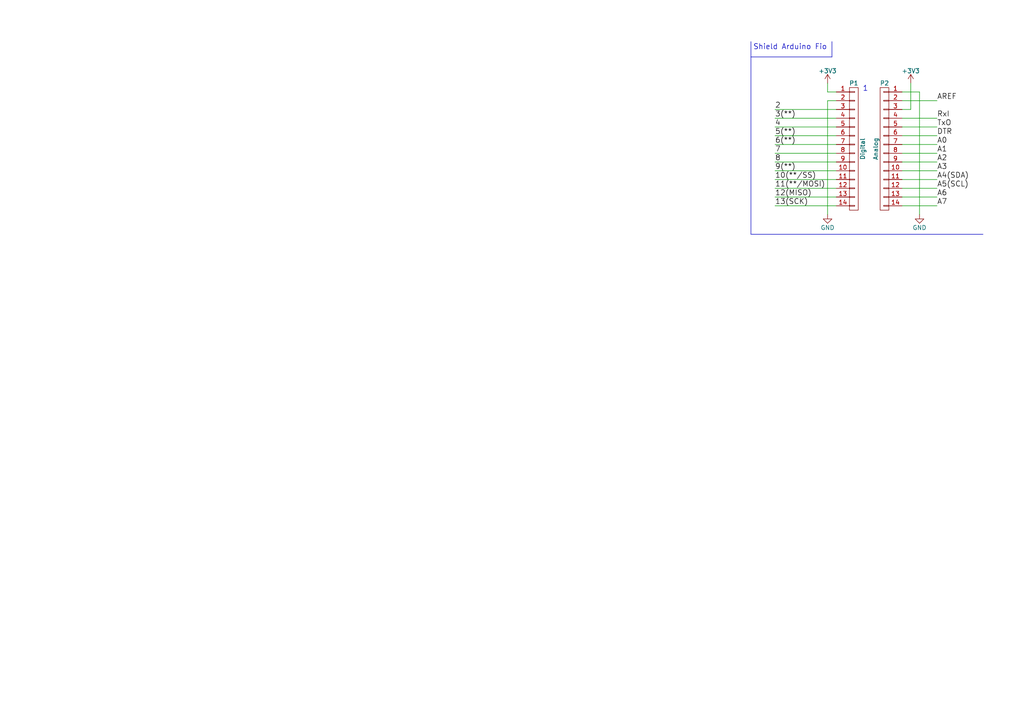
<source format=kicad_sch>
(kicad_sch (version 20230121) (generator eeschema)
  (paper "A4")
  (title_block (date "sam. 04 avril 2015"))
  (lib_symbols
    (symbol "Arduino_Fio-rescue:+3.3V" (power) (pin_names (offset 0))
      (property "Value" "+3.3V" (at 0 3.556 0))
      (symbol "+3.3V_0_1"
        (polyline (pts (xy -0.762 1.27) (xy 0 2.54)))
        (polyline (pts (xy 0 0) (xy 0 2.54)))
        (polyline (pts (xy 0 2.54) (xy 0.762 1.27)))
      )
      (symbol "+3.3V_1_1"
        (pin power_in line (at 0 0 90) (length 0) hide (name "+3V3") (number "1"))
      )
    )
    (symbol "Arduino_Fio-rescue:CONN_01X14" (pin_names (offset 1.016) hide)
      (property "Reference" "P" (at 0 19.05 0))
      (property "Value" "CONN_01X14" (at 2.54 0 90))
      (symbol "CONN_01X14_0_1"
        (rectangle (start -1.27 -16.383) (end 0.254 -16.637))
        (rectangle (start -1.27 -13.843) (end 0.254 -14.097))
        (rectangle (start -1.27 -11.303) (end 0.254 -11.557))
        (rectangle (start -1.27 -8.763) (end 0.254 -9.017))
        (rectangle (start -1.27 -6.223) (end 0.254 -6.477))
        (rectangle (start -1.27 -3.683) (end 0.254 -3.937))
        (rectangle (start -1.27 -1.143) (end 0.254 -1.397))
        (rectangle (start -1.27 1.397) (end 0.254 1.143))
        (rectangle (start -1.27 3.937) (end 0.254 3.683))
        (rectangle (start -1.27 6.477) (end 0.254 6.223))
        (rectangle (start -1.27 9.017) (end 0.254 8.763))
        (rectangle (start -1.27 11.557) (end 0.254 11.303))
        (rectangle (start -1.27 14.097) (end 0.254 13.843))
        (rectangle (start -1.27 16.637) (end 0.254 16.383))
        (rectangle (start -1.27 17.78) (end 1.27 -17.78))
      )
      (symbol "CONN_01X14_1_1"
        (pin passive line (at -5.08 16.51 0) (length 3.81) (name "P1") (number "1"))
        (pin passive line (at -5.08 -6.35 0) (length 3.81) (name "P10") (number "10"))
        (pin passive line (at -5.08 -8.89 0) (length 3.81) (name "P11") (number "11"))
        (pin passive line (at -5.08 -11.43 0) (length 3.81) (name "P12") (number "12"))
        (pin passive line (at -5.08 -13.97 0) (length 3.81) (name "P13") (number "13"))
        (pin passive line (at -5.08 -16.51 0) (length 3.81) (name "P14") (number "14"))
        (pin passive line (at -5.08 13.97 0) (length 3.81) (name "P2") (number "2"))
        (pin passive line (at -5.08 11.43 0) (length 3.81) (name "P3") (number "3"))
        (pin passive line (at -5.08 8.89 0) (length 3.81) (name "P4") (number "4"))
        (pin passive line (at -5.08 6.35 0) (length 3.81) (name "P5") (number "5"))
        (pin passive line (at -5.08 3.81 0) (length 3.81) (name "P6") (number "6"))
        (pin passive line (at -5.08 1.27 0) (length 3.81) (name "P7") (number "7"))
        (pin passive line (at -5.08 -1.27 0) (length 3.81) (name "P8") (number "8"))
        (pin passive line (at -5.08 -3.81 0) (length 3.81) (name "P9") (number "9"))
      )
    )
    (symbol "Arduino_Fio-rescue:GND" (power) (pin_names (offset 0))
      (property "Value" "GND" (at 0 -3.81 0))
      (symbol "GND_0_1"
        (polyline (pts (xy 0 0) (xy 0 -1.27) (xy 1.27 -1.27) (xy 0 -2.54) (xy -1.27 -1.27) (xy 0 -1.27)))
      )
      (symbol "GND_1_1"
        (pin power_in line (at 0 0 270) (length 0) hide (name "GND") (number "1"))
      )
    )
  )
  (wire (pts (xy 271.78 49.53) (xy 261.62 49.53)))
  (wire (pts (xy 271.78 59.69) (xy 261.62 59.69)))
  (wire (pts (xy 271.78 39.37) (xy 261.62 39.37)))
  (wire (pts (xy 224.79 34.29) (xy 242.57 34.29)))
  (wire (pts (xy 224.79 46.99) (xy 242.57 46.99)))
  (polyline (pts (xy 217.805 16.51) (xy 241.3 16.51)))
  (wire (pts (xy 242.57 59.69) (xy 224.79 59.69)))
  (wire (pts (xy 271.78 36.83) (xy 261.62 36.83)))
  (wire (pts (xy 271.78 57.15) (xy 261.62 57.15)))
  (wire (pts (xy 261.62 31.75) (xy 264.16 31.75)))
  (wire (pts (xy 271.78 46.99) (xy 261.62 46.99)))
  (wire (pts (xy 240.03 26.67) (xy 240.03 24.13)))
  (wire (pts (xy 271.78 52.07) (xy 261.62 52.07)))
  (wire (pts (xy 261.62 54.61) (xy 271.78 54.61)))
  (wire (pts (xy 261.62 29.21) (xy 271.78 29.21)))
  (wire (pts (xy 240.03 29.21) (xy 240.03 62.23)))
  (wire (pts (xy 224.79 57.15) (xy 242.57 57.15)))
  (wire (pts (xy 224.79 54.61) (xy 242.57 54.61)))
  (wire (pts (xy 224.79 44.45) (xy 242.57 44.45)))
  (wire (pts (xy 266.7 26.67) (xy 266.7 62.23)))
  (polyline (pts (xy 217.805 67.945) (xy 285.115 67.945)))
  (wire (pts (xy 224.79 36.83) (xy 242.57 36.83)))
  (wire (pts (xy 224.79 41.91) (xy 242.57 41.91)))
  (polyline (pts (xy 217.805 12.065) (xy 217.805 67.945)))
  (wire (pts (xy 261.62 44.45) (xy 271.78 44.45)))
  (wire (pts (xy 271.78 41.91) (xy 261.62 41.91)))
  (wire (pts (xy 224.79 31.75) (xy 242.57 31.75)))
  (wire (pts (xy 242.57 29.21) (xy 240.03 29.21)))
  (wire (pts (xy 242.57 49.53) (xy 224.79 49.53)))
  (wire (pts (xy 242.57 26.67) (xy 240.03 26.67)))
  (wire (pts (xy 264.16 31.75) (xy 264.16 24.13)))
  (polyline (pts (xy 241.3 16.51) (xy 241.3 12.065)))
  (wire (pts (xy 242.57 39.37) (xy 224.79 39.37)))
  (wire (pts (xy 271.78 34.29) (xy 261.62 34.29)))
  (wire (pts (xy 224.79 52.07) (xy 242.57 52.07)))
  (wire (pts (xy 261.62 26.67) (xy 266.7 26.67)))
  (text "Shield Arduino Fio " (at 218.44 14.605 0) (effects (font (size 1.524 1.524)) (justify left bottom)))
  (text "1" (at 250.19 26.67 0) (effects (font (size 1.524 1.524)) (justify left bottom)))
  (label "8" (at 224.79 46.99 0) (effects (font (size 1.524 1.524))))
  (label "A0" (at 271.78 41.91 0) (effects (font (size 1.524 1.524))))
  (label "A1" (at 271.78 44.45 0) (effects (font (size 1.524 1.524))))
  (label "A3" (at 271.78 49.53 0) (effects (font (size 1.524 1.524))))
  (label "13(SCK)" (at 224.79 59.69 0) (effects (font (size 1.524 1.524))))
  (label "3(**)" (at 224.79 34.29 0) (effects (font (size 1.524 1.524))))
  (label "A6" (at 271.78 57.15 0) (effects (font (size 1.524 1.524))))
  (label "DTR" (at 271.78 39.37 0) (effects (font (size 1.524 1.524))))
  (label "11(**/MOSI)" (at 224.79 54.61 0) (effects (font (size 1.524 1.524))))
  (label "TxO" (at 271.78 36.83 0) (effects (font (size 1.524 1.524))))
  (label "RxI" (at 271.78 34.29 0) (effects (font (size 1.524 1.524))))
  (label "9(**)" (at 224.79 49.53 0) (effects (font (size 1.524 1.524))))
  (label "5(**)" (at 224.79 39.37 0) (effects (font (size 1.524 1.524))))
  (label "12(MISO)" (at 224.79 57.15 0) (effects (font (size 1.524 1.524))))
  (label "4" (at 224.79 36.83 0) (effects (font (size 1.524 1.524))))
  (label "A7" (at 271.78 59.69 0) (effects (font (size 1.524 1.524))))
  (label "A2" (at 271.78 46.99 0) (effects (font (size 1.524 1.524))))
  (label "2" (at 224.79 31.75 0) (effects (font (size 1.524 1.524))))
  (label "A5(SCL)" (at 271.78 54.61 0) (effects (font (size 1.524 1.524))))
  (label "10(**/SS)" (at 224.79 52.07 0) (effects (font (size 1.524 1.524))))
  (label "A4(SDA)" (at 271.78 52.07 0) (effects (font (size 1.524 1.524))))
  (label "6(**)" (at 224.79 41.91 0) (effects (font (size 1.524 1.524))))
  (label "AREF" (at 271.78 29.21 0) (effects (font (size 1.524 1.524))))
  (label "7" (at 224.79 44.45 0) (effects (font (size 1.524 1.524))))
  (symbol (lib_id "Arduino_Fio-rescue:CONN_01X14") (at 247.65 43.18 0) (unit 1)
    (property "Reference" "P1" (at 247.65 24.13 0))
    (property "Value" "Digital" (at 250.19 43.18 90))
    (property "Footprint" "Socket_Arduino_Fio:Socket_Strip_Straight_1x14" (effects hide))
  )
  (symbol (lib_id "Arduino_Fio-rescue:CONN_01X14") (at 256.54 43.18 0) (mirror y) (unit 1)
    (property "Reference" "P2" (at 256.54 24.13 0))
    (property "Value" "Analog" (at 254 43.18 90))
    (property "Footprint" "Socket_Arduino_Fio:Socket_Strip_Straight_1x14" (effects hide))
  )
  (symbol (lib_id "Arduino_Fio-rescue:+3.3V") (at 240.03 24.13 0) (unit 1)
    (property "Reference" "#PWR01" (effects hide))
    (property "Value" "+3.3V" (at 240.03 20.574 0))
  )
  (symbol (lib_id "Arduino_Fio-rescue:GND") (at 240.03 62.23 0) (unit 1)
    (property "Reference" "#PWR02" (effects hide))
    (property "Value" "GND" (at 240.03 66.04 0))
  )
  (symbol (lib_id "Arduino_Fio-rescue:+3.3V") (at 264.16 24.13 0) (unit 1)
    (property "Reference" "#PWR03" (effects hide))
    (property "Value" "+3.3V" (at 264.16 20.574 0))
  )
  (symbol (lib_id "Arduino_Fio-rescue:GND") (at 266.7 62.23 0) (unit 1)
    (property "Reference" "#PWR04" (effects hide))
    (property "Value" "GND" (at 266.7 66.04 0))
  )
)
</source>
